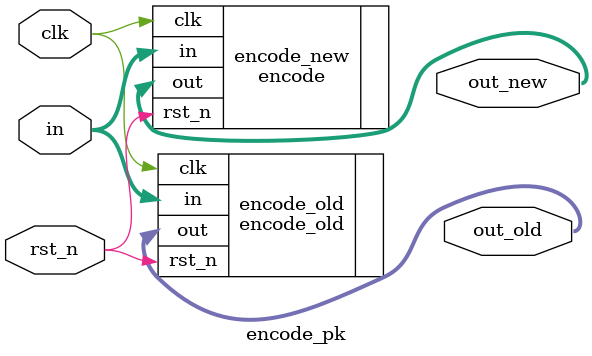
<source format=v>

module  encode_pk
#(
    parameter   N = 16 
)
(
    input   wire                        clk,
    input   wire                        rst_n,
    input   wire    [WIDTH_IN-1 : 0]    in,
    output  wire    [WIDTH_OUT-1 : 0]   out_new,
    output  wire    [WIDTH_OUT-1 : 0]   out_old
);

localparam  WIDTH_IN    = N;
localparam  WIDTH_OUT   = $clog2(N);

encode#(.N(N))
encode_new
(
    .clk(clk),
    .rst_n(rst_n),
    .in(in),
    .out(out_new)
);

encode_old#(.N(N))
encode_old
(
    .clk(clk),
    .rst_n(rst_n),
    .in(in),
    .out(out_old)
);

endmodule

</source>
